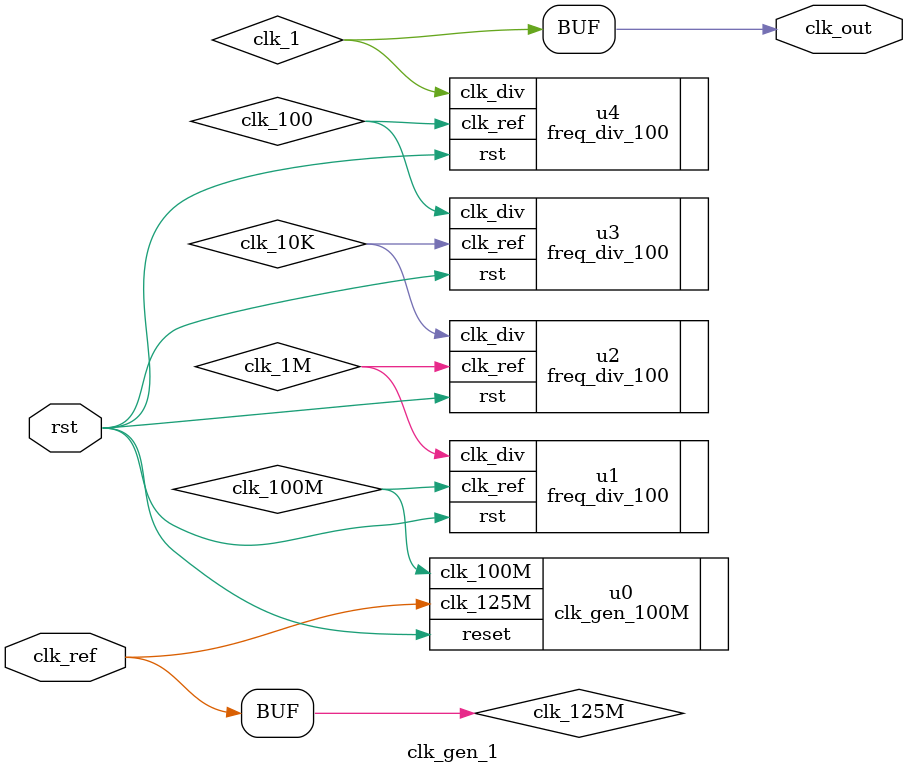
<source format=v>
module clk_gen_1(
    input clk_ref,    // 입력: 시스템의 기준 클럭
    input rst,        // 입력: 리셋 신호
    output clk_out   // 출력: 1Hz 클럭
);

// 내부 와이어 선언
wire clk_125M = clk_ref;                     // 입력 clk_ref에 대한 별칭
wire clk_100M, clk_1M, clk_10K, clk_100, clk_1; // 중간 단계의 클럭들을 저장할 와이어들
                                             // clk_1M: 1MHz, clk_10K: 10kHz, clk_100: 100Hz, clk_1: 1Hz

// 100MHz 클럭 생성 모듈 인스턴스화 
clk_gen_100M u0 (
    .clk_125M(clk_125M), // 125MHz 입력
    .reset(rst),         // 리셋 신호
    .clk_100M(clk_100M)  // 100MHz 출력
);

// 100분주 모듈들을 연속적으로 연결
// 1단계: 100MHz -> 1MHz
freq_div_100 u1 (
    .clk_ref(clk_100M), // 입력: 100MHz
    .rst(rst),
    .clk_div(clk_1M)    // 출력: 1MHz
);

// 2단계: 1MHz -> 10kHz (10,000 Hz)
freq_div_100 u2 (
    .clk_ref(clk_1M),   // 입력: 1MHz
    .rst(rst),
    .clk_div(clk_10K)   // 출력: 10kHz
);

// 3단계: 10kHz -> 100Hz
freq_div_100 u3 (
    .clk_ref(clk_10K),  // 입력: 10kHz
    .rst(rst),
    .clk_div(clk_100)   // 출력: 100Hz
);

// 4단계: 100Hz -> 1Hz
freq_div_100 u4 (
    .clk_ref(clk_100),  // 입력: 100Hz
    .rst(rst),
    .clk_div(clk_1)     // 출력: 1Hz
);

// 최종 출력 할당
assign clk_out = clk_1; // 생성된 1Hz 클럭(clk_1)을 모듈의 출력(clk_out)으로 전달

endmodule
</source>
